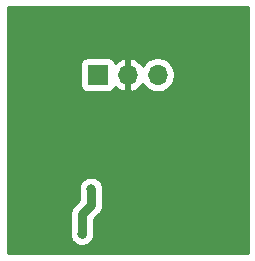
<source format=gbr>
G04 #@! TF.GenerationSoftware,KiCad,Pcbnew,(5.1.5)-3*
G04 #@! TF.CreationDate,2021-01-13T22:22:19-08:00*
G04 #@! TF.ProjectId,MoistureSensor,4d6f6973-7475-4726-9553-656e736f722e,rev?*
G04 #@! TF.SameCoordinates,Original*
G04 #@! TF.FileFunction,Copper,L2,Bot*
G04 #@! TF.FilePolarity,Positive*
%FSLAX46Y46*%
G04 Gerber Fmt 4.6, Leading zero omitted, Abs format (unit mm)*
G04 Created by KiCad (PCBNEW (5.1.5)-3) date 2021-01-13 22:22:19*
%MOMM*%
%LPD*%
G04 APERTURE LIST*
%ADD10R,1.700000X1.700000*%
%ADD11O,1.700000X1.700000*%
%ADD12C,0.600000*%
%ADD13C,0.800000*%
%ADD14C,0.800000*%
%ADD15C,0.254000*%
G04 APERTURE END LIST*
D10*
X138049000Y-61595000D03*
D11*
X140589000Y-61595000D03*
X143129000Y-61595000D03*
D12*
X149860000Y-76200000D03*
X142875000Y-73660000D03*
X142875000Y-71755000D03*
X142875000Y-69850000D03*
X145415000Y-73660000D03*
X137795000Y-76200000D03*
X147955000Y-69215000D03*
D13*
X136715500Y-75057000D03*
X137477500Y-71247000D03*
D14*
X136715500Y-73406000D02*
X136715500Y-75057000D01*
X137477500Y-71247000D02*
X137477500Y-72644000D01*
X137477500Y-72644000D02*
X136715500Y-73406000D01*
D15*
G36*
X150753001Y-76708000D02*
G01*
X130425000Y-76708000D01*
X130425000Y-73406000D01*
X135675494Y-73406000D01*
X135680500Y-73456828D01*
X135680501Y-74955056D01*
X135680500Y-74955061D01*
X135680500Y-75158939D01*
X135690471Y-75209067D01*
X135695477Y-75259895D01*
X135710303Y-75308768D01*
X135720274Y-75358898D01*
X135739835Y-75406122D01*
X135754660Y-75454993D01*
X135778735Y-75500034D01*
X135798295Y-75547256D01*
X135826691Y-75589753D01*
X135850767Y-75634797D01*
X135883168Y-75674278D01*
X135911563Y-75716774D01*
X135947703Y-75752914D01*
X135980105Y-75792396D01*
X136019587Y-75824798D01*
X136055726Y-75860937D01*
X136098221Y-75889331D01*
X136137704Y-75921734D01*
X136182750Y-75945812D01*
X136225244Y-75974205D01*
X136272462Y-75993763D01*
X136317508Y-76017841D01*
X136366384Y-76032668D01*
X136413602Y-76052226D01*
X136463726Y-76062196D01*
X136512606Y-76077024D01*
X136563442Y-76082031D01*
X136613561Y-76092000D01*
X136664662Y-76092000D01*
X136715500Y-76097007D01*
X136766338Y-76092000D01*
X136817439Y-76092000D01*
X136867557Y-76082031D01*
X136918395Y-76077024D01*
X136967277Y-76062196D01*
X137017398Y-76052226D01*
X137064613Y-76032669D01*
X137113493Y-76017841D01*
X137158542Y-75993762D01*
X137205756Y-75974205D01*
X137248246Y-75945814D01*
X137293297Y-75921734D01*
X137332784Y-75889328D01*
X137375274Y-75860937D01*
X137411408Y-75824803D01*
X137450896Y-75792396D01*
X137483303Y-75752908D01*
X137519437Y-75716774D01*
X137547828Y-75674284D01*
X137580234Y-75634797D01*
X137604314Y-75589746D01*
X137632705Y-75547256D01*
X137652262Y-75500042D01*
X137676341Y-75454993D01*
X137691169Y-75406113D01*
X137710726Y-75358898D01*
X137720696Y-75308777D01*
X137735524Y-75259895D01*
X137740531Y-75209057D01*
X137750500Y-75158939D01*
X137750500Y-73834710D01*
X138173408Y-73411803D01*
X138212896Y-73379396D01*
X138245303Y-73339908D01*
X138342234Y-73221798D01*
X138438340Y-73041994D01*
X138438341Y-73041993D01*
X138497524Y-72846895D01*
X138512500Y-72694838D01*
X138512500Y-72694835D01*
X138517507Y-72644000D01*
X138512500Y-72593165D01*
X138512500Y-71145061D01*
X138502531Y-71094943D01*
X138497524Y-71044105D01*
X138482696Y-70995223D01*
X138472726Y-70945102D01*
X138453169Y-70897887D01*
X138438341Y-70849007D01*
X138414262Y-70803958D01*
X138394705Y-70756744D01*
X138366314Y-70714254D01*
X138342234Y-70669203D01*
X138309828Y-70629716D01*
X138281437Y-70587226D01*
X138245303Y-70551092D01*
X138212896Y-70511604D01*
X138173408Y-70479197D01*
X138137274Y-70443063D01*
X138094784Y-70414672D01*
X138055297Y-70382266D01*
X138010247Y-70358186D01*
X137967756Y-70329795D01*
X137920539Y-70310237D01*
X137875492Y-70286159D01*
X137826616Y-70271332D01*
X137779398Y-70251774D01*
X137729274Y-70241804D01*
X137680394Y-70226976D01*
X137629558Y-70221969D01*
X137579439Y-70212000D01*
X137528338Y-70212000D01*
X137477500Y-70206993D01*
X137426662Y-70212000D01*
X137375561Y-70212000D01*
X137325443Y-70221969D01*
X137274605Y-70226976D01*
X137225723Y-70241804D01*
X137175602Y-70251774D01*
X137128387Y-70271331D01*
X137079507Y-70286159D01*
X137034458Y-70310238D01*
X136987244Y-70329795D01*
X136944754Y-70358186D01*
X136899703Y-70382266D01*
X136860216Y-70414672D01*
X136817726Y-70443063D01*
X136781592Y-70479197D01*
X136742104Y-70511604D01*
X136709697Y-70551092D01*
X136673563Y-70587226D01*
X136645172Y-70629716D01*
X136612766Y-70669203D01*
X136588686Y-70714253D01*
X136560295Y-70756744D01*
X136540737Y-70803961D01*
X136516659Y-70849008D01*
X136501832Y-70897884D01*
X136482274Y-70945102D01*
X136472304Y-70995226D01*
X136457476Y-71044106D01*
X136452469Y-71094942D01*
X136442500Y-71145061D01*
X136442500Y-71196163D01*
X136442501Y-72215289D01*
X136019597Y-72638193D01*
X135980104Y-72670604D01*
X135850766Y-72828203D01*
X135754659Y-73008008D01*
X135695476Y-73203106D01*
X135680500Y-73355163D01*
X135680500Y-73355172D01*
X135675494Y-73406000D01*
X130425000Y-73406000D01*
X130425000Y-60745000D01*
X136560928Y-60745000D01*
X136560928Y-62445000D01*
X136573188Y-62569482D01*
X136609498Y-62689180D01*
X136668463Y-62799494D01*
X136747815Y-62896185D01*
X136844506Y-62975537D01*
X136954820Y-63034502D01*
X137074518Y-63070812D01*
X137199000Y-63083072D01*
X138899000Y-63083072D01*
X139023482Y-63070812D01*
X139143180Y-63034502D01*
X139253494Y-62975537D01*
X139350185Y-62896185D01*
X139429537Y-62799494D01*
X139488502Y-62689180D01*
X139512966Y-62608534D01*
X139588731Y-62692588D01*
X139822080Y-62866641D01*
X140084901Y-62991825D01*
X140232110Y-63036476D01*
X140462000Y-62915155D01*
X140462000Y-61722000D01*
X140442000Y-61722000D01*
X140442000Y-61468000D01*
X140462000Y-61468000D01*
X140462000Y-60274845D01*
X140716000Y-60274845D01*
X140716000Y-61468000D01*
X140736000Y-61468000D01*
X140736000Y-61722000D01*
X140716000Y-61722000D01*
X140716000Y-62915155D01*
X140945890Y-63036476D01*
X141093099Y-62991825D01*
X141355920Y-62866641D01*
X141589269Y-62692588D01*
X141784178Y-62476355D01*
X141853805Y-62359466D01*
X141975525Y-62541632D01*
X142182368Y-62748475D01*
X142425589Y-62910990D01*
X142695842Y-63022932D01*
X142982740Y-63080000D01*
X143275260Y-63080000D01*
X143562158Y-63022932D01*
X143832411Y-62910990D01*
X144075632Y-62748475D01*
X144282475Y-62541632D01*
X144444990Y-62298411D01*
X144556932Y-62028158D01*
X144614000Y-61741260D01*
X144614000Y-61448740D01*
X144556932Y-61161842D01*
X144444990Y-60891589D01*
X144282475Y-60648368D01*
X144075632Y-60441525D01*
X143832411Y-60279010D01*
X143562158Y-60167068D01*
X143275260Y-60110000D01*
X142982740Y-60110000D01*
X142695842Y-60167068D01*
X142425589Y-60279010D01*
X142182368Y-60441525D01*
X141975525Y-60648368D01*
X141853805Y-60830534D01*
X141784178Y-60713645D01*
X141589269Y-60497412D01*
X141355920Y-60323359D01*
X141093099Y-60198175D01*
X140945890Y-60153524D01*
X140716000Y-60274845D01*
X140462000Y-60274845D01*
X140232110Y-60153524D01*
X140084901Y-60198175D01*
X139822080Y-60323359D01*
X139588731Y-60497412D01*
X139512966Y-60581466D01*
X139488502Y-60500820D01*
X139429537Y-60390506D01*
X139350185Y-60293815D01*
X139253494Y-60214463D01*
X139143180Y-60155498D01*
X139023482Y-60119188D01*
X138899000Y-60106928D01*
X137199000Y-60106928D01*
X137074518Y-60119188D01*
X136954820Y-60155498D01*
X136844506Y-60214463D01*
X136747815Y-60293815D01*
X136668463Y-60390506D01*
X136609498Y-60500820D01*
X136573188Y-60620518D01*
X136560928Y-60745000D01*
X130425000Y-60745000D01*
X130425000Y-55876000D01*
X150753001Y-55876000D01*
X150753001Y-76708000D01*
G37*
X150753001Y-76708000D02*
X130425000Y-76708000D01*
X130425000Y-73406000D01*
X135675494Y-73406000D01*
X135680500Y-73456828D01*
X135680501Y-74955056D01*
X135680500Y-74955061D01*
X135680500Y-75158939D01*
X135690471Y-75209067D01*
X135695477Y-75259895D01*
X135710303Y-75308768D01*
X135720274Y-75358898D01*
X135739835Y-75406122D01*
X135754660Y-75454993D01*
X135778735Y-75500034D01*
X135798295Y-75547256D01*
X135826691Y-75589753D01*
X135850767Y-75634797D01*
X135883168Y-75674278D01*
X135911563Y-75716774D01*
X135947703Y-75752914D01*
X135980105Y-75792396D01*
X136019587Y-75824798D01*
X136055726Y-75860937D01*
X136098221Y-75889331D01*
X136137704Y-75921734D01*
X136182750Y-75945812D01*
X136225244Y-75974205D01*
X136272462Y-75993763D01*
X136317508Y-76017841D01*
X136366384Y-76032668D01*
X136413602Y-76052226D01*
X136463726Y-76062196D01*
X136512606Y-76077024D01*
X136563442Y-76082031D01*
X136613561Y-76092000D01*
X136664662Y-76092000D01*
X136715500Y-76097007D01*
X136766338Y-76092000D01*
X136817439Y-76092000D01*
X136867557Y-76082031D01*
X136918395Y-76077024D01*
X136967277Y-76062196D01*
X137017398Y-76052226D01*
X137064613Y-76032669D01*
X137113493Y-76017841D01*
X137158542Y-75993762D01*
X137205756Y-75974205D01*
X137248246Y-75945814D01*
X137293297Y-75921734D01*
X137332784Y-75889328D01*
X137375274Y-75860937D01*
X137411408Y-75824803D01*
X137450896Y-75792396D01*
X137483303Y-75752908D01*
X137519437Y-75716774D01*
X137547828Y-75674284D01*
X137580234Y-75634797D01*
X137604314Y-75589746D01*
X137632705Y-75547256D01*
X137652262Y-75500042D01*
X137676341Y-75454993D01*
X137691169Y-75406113D01*
X137710726Y-75358898D01*
X137720696Y-75308777D01*
X137735524Y-75259895D01*
X137740531Y-75209057D01*
X137750500Y-75158939D01*
X137750500Y-73834710D01*
X138173408Y-73411803D01*
X138212896Y-73379396D01*
X138245303Y-73339908D01*
X138342234Y-73221798D01*
X138438340Y-73041994D01*
X138438341Y-73041993D01*
X138497524Y-72846895D01*
X138512500Y-72694838D01*
X138512500Y-72694835D01*
X138517507Y-72644000D01*
X138512500Y-72593165D01*
X138512500Y-71145061D01*
X138502531Y-71094943D01*
X138497524Y-71044105D01*
X138482696Y-70995223D01*
X138472726Y-70945102D01*
X138453169Y-70897887D01*
X138438341Y-70849007D01*
X138414262Y-70803958D01*
X138394705Y-70756744D01*
X138366314Y-70714254D01*
X138342234Y-70669203D01*
X138309828Y-70629716D01*
X138281437Y-70587226D01*
X138245303Y-70551092D01*
X138212896Y-70511604D01*
X138173408Y-70479197D01*
X138137274Y-70443063D01*
X138094784Y-70414672D01*
X138055297Y-70382266D01*
X138010247Y-70358186D01*
X137967756Y-70329795D01*
X137920539Y-70310237D01*
X137875492Y-70286159D01*
X137826616Y-70271332D01*
X137779398Y-70251774D01*
X137729274Y-70241804D01*
X137680394Y-70226976D01*
X137629558Y-70221969D01*
X137579439Y-70212000D01*
X137528338Y-70212000D01*
X137477500Y-70206993D01*
X137426662Y-70212000D01*
X137375561Y-70212000D01*
X137325443Y-70221969D01*
X137274605Y-70226976D01*
X137225723Y-70241804D01*
X137175602Y-70251774D01*
X137128387Y-70271331D01*
X137079507Y-70286159D01*
X137034458Y-70310238D01*
X136987244Y-70329795D01*
X136944754Y-70358186D01*
X136899703Y-70382266D01*
X136860216Y-70414672D01*
X136817726Y-70443063D01*
X136781592Y-70479197D01*
X136742104Y-70511604D01*
X136709697Y-70551092D01*
X136673563Y-70587226D01*
X136645172Y-70629716D01*
X136612766Y-70669203D01*
X136588686Y-70714253D01*
X136560295Y-70756744D01*
X136540737Y-70803961D01*
X136516659Y-70849008D01*
X136501832Y-70897884D01*
X136482274Y-70945102D01*
X136472304Y-70995226D01*
X136457476Y-71044106D01*
X136452469Y-71094942D01*
X136442500Y-71145061D01*
X136442500Y-71196163D01*
X136442501Y-72215289D01*
X136019597Y-72638193D01*
X135980104Y-72670604D01*
X135850766Y-72828203D01*
X135754659Y-73008008D01*
X135695476Y-73203106D01*
X135680500Y-73355163D01*
X135680500Y-73355172D01*
X135675494Y-73406000D01*
X130425000Y-73406000D01*
X130425000Y-60745000D01*
X136560928Y-60745000D01*
X136560928Y-62445000D01*
X136573188Y-62569482D01*
X136609498Y-62689180D01*
X136668463Y-62799494D01*
X136747815Y-62896185D01*
X136844506Y-62975537D01*
X136954820Y-63034502D01*
X137074518Y-63070812D01*
X137199000Y-63083072D01*
X138899000Y-63083072D01*
X139023482Y-63070812D01*
X139143180Y-63034502D01*
X139253494Y-62975537D01*
X139350185Y-62896185D01*
X139429537Y-62799494D01*
X139488502Y-62689180D01*
X139512966Y-62608534D01*
X139588731Y-62692588D01*
X139822080Y-62866641D01*
X140084901Y-62991825D01*
X140232110Y-63036476D01*
X140462000Y-62915155D01*
X140462000Y-61722000D01*
X140442000Y-61722000D01*
X140442000Y-61468000D01*
X140462000Y-61468000D01*
X140462000Y-60274845D01*
X140716000Y-60274845D01*
X140716000Y-61468000D01*
X140736000Y-61468000D01*
X140736000Y-61722000D01*
X140716000Y-61722000D01*
X140716000Y-62915155D01*
X140945890Y-63036476D01*
X141093099Y-62991825D01*
X141355920Y-62866641D01*
X141589269Y-62692588D01*
X141784178Y-62476355D01*
X141853805Y-62359466D01*
X141975525Y-62541632D01*
X142182368Y-62748475D01*
X142425589Y-62910990D01*
X142695842Y-63022932D01*
X142982740Y-63080000D01*
X143275260Y-63080000D01*
X143562158Y-63022932D01*
X143832411Y-62910990D01*
X144075632Y-62748475D01*
X144282475Y-62541632D01*
X144444990Y-62298411D01*
X144556932Y-62028158D01*
X144614000Y-61741260D01*
X144614000Y-61448740D01*
X144556932Y-61161842D01*
X144444990Y-60891589D01*
X144282475Y-60648368D01*
X144075632Y-60441525D01*
X143832411Y-60279010D01*
X143562158Y-60167068D01*
X143275260Y-60110000D01*
X142982740Y-60110000D01*
X142695842Y-60167068D01*
X142425589Y-60279010D01*
X142182368Y-60441525D01*
X141975525Y-60648368D01*
X141853805Y-60830534D01*
X141784178Y-60713645D01*
X141589269Y-60497412D01*
X141355920Y-60323359D01*
X141093099Y-60198175D01*
X140945890Y-60153524D01*
X140716000Y-60274845D01*
X140462000Y-60274845D01*
X140232110Y-60153524D01*
X140084901Y-60198175D01*
X139822080Y-60323359D01*
X139588731Y-60497412D01*
X139512966Y-60581466D01*
X139488502Y-60500820D01*
X139429537Y-60390506D01*
X139350185Y-60293815D01*
X139253494Y-60214463D01*
X139143180Y-60155498D01*
X139023482Y-60119188D01*
X138899000Y-60106928D01*
X137199000Y-60106928D01*
X137074518Y-60119188D01*
X136954820Y-60155498D01*
X136844506Y-60214463D01*
X136747815Y-60293815D01*
X136668463Y-60390506D01*
X136609498Y-60500820D01*
X136573188Y-60620518D01*
X136560928Y-60745000D01*
X130425000Y-60745000D01*
X130425000Y-55876000D01*
X150753001Y-55876000D01*
X150753001Y-76708000D01*
M02*

</source>
